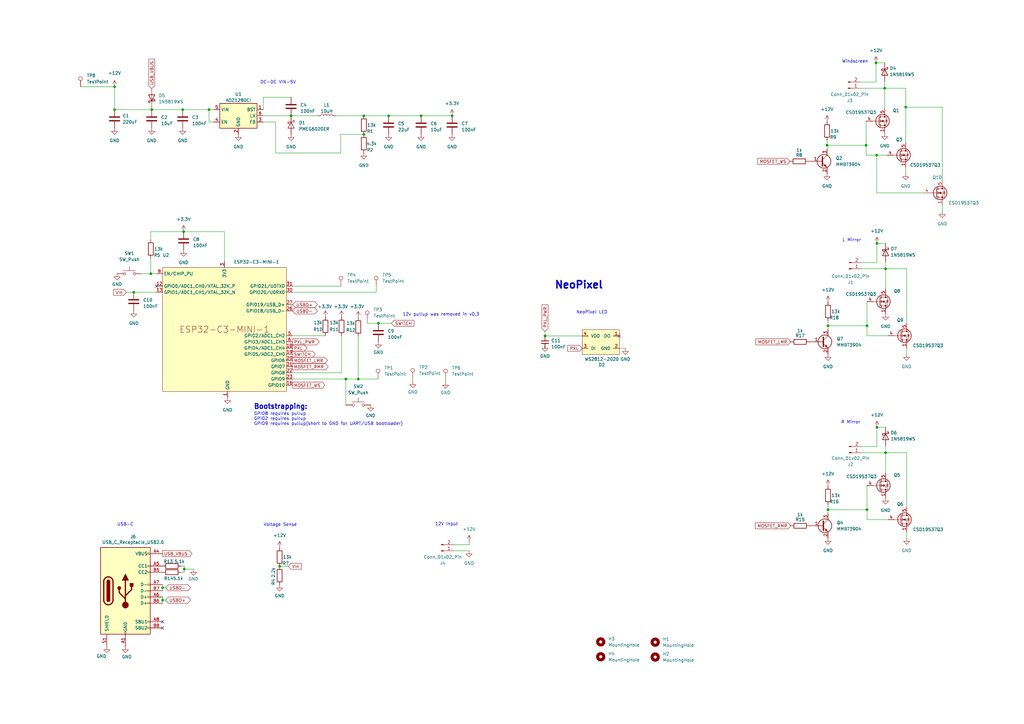
<source format=kicad_sch>
(kicad_sch (version 20231120) (generator "eeschema") (generator_version "8.0")
  (paper "A3")
  (title_block (title "JonoTron-3000") (date "2024-05-13") (rev "0.2"))
  (lib_symbols
    (symbol "Connector:Conn_01x02_Pin" (pin_names (offset 1.016) hide)
      (property "Reference" "J" (at 0 2.54 0))
      (property "Value" "Conn_01x02_Pin" (at 0 -5.08 0))
      (symbol "Conn_01x02_Pin_1_1"
        (pin passive line (at 5.08 0 180) (length 3.81) (name "Pin_1") (number "1"))
        (pin passive line (at 5.08 -2.54 180) (length 3.81) (name "Pin_2") (number "2"))
      )
    )
    (symbol "Connector:TestPoint" (pin_numbers hide) (pin_names (offset 0.762) hide)
      (property "Reference" "TP" (at 0 6.858 0))
      (property "Value" "TestPoint" (at 0 5.08 0))
      (symbol "TestPoint_1_1"
        (pin passive line (at 0 0 90) (length 2.54) (name "1") (number "1"))
      )
    )
    (symbol "Device:C" (pin_numbers hide) (pin_names (offset 0.254))
      (property "Reference" "C" (at 0.635 2.54 0))
      (property "Value" "C" (at 0.635 -2.54 0))
      (symbol "C_1_1"
        (pin passive line (at 0 3.81 270) (length 2.794) (name "~") (number "1"))
        (pin passive line (at 0 -3.81 90) (length 2.794) (name "~") (number "2"))
      )
    )
    (symbol "Device:C_Small" (pin_numbers hide) (pin_names (offset 0.254) hide)
      (property "Reference" "C" (at 0.254 1.778 0))
      (property "Value" "C_Small" (at 0.254 -2.032 0))
      (symbol "C_Small_1_1"
        (pin passive line (at 0 2.54 270) (length 2.032) (name "~") (number "1"))
        (pin passive line (at 0 -2.54 90) (length 2.032) (name "~") (number "2"))
      )
    )
    (symbol "Device:L" (pin_numbers hide) (pin_names (offset 1.016) hide)
      (property "Reference" "L" (at -1.27 0 90))
      (property "Value" "L" (at 1.905 0 90))
      (symbol "L_1_1"
        (pin passive line (at 0 3.81 270) (length 1.27) (name "1") (number "1"))
        (pin passive line (at 0 -3.81 90) (length 1.27) (name "2") (number "2"))
      )
    )
    (symbol "Device:R" (pin_numbers hide) (pin_names (offset 0))
      (property "Reference" "R" (at 2.032 0 90))
      (property "Value" "R" (at 0 0 90))
      (symbol "R_1_1"
        (pin passive line (at 0 3.81 270) (length 1.27) (name "~") (number "1"))
        (pin passive line (at 0 -3.81 90) (length 1.27) (name "~") (number "2"))
      )
    )
    (symbol "Diode:1N5819WS" (pin_numbers hide) (pin_names (offset 1.016) hide)
      (property "Reference" "D" (at 0 2.54 0))
      (property "Value" "1N5819WS" (at 0 -2.54 0))
      (symbol "1N5819WS_1_1"
        (pin passive line (at -3.81 0 0) (length 2.54) (name "K") (number "1"))
        (pin passive line (at 3.81 0 180) (length 2.54) (name "A") (number "2"))
      )
    )
    (symbol "Diode:PMEG6020ER" (pin_numbers hide) (pin_names hide)
      (property "Reference" "D" (at 0 2.54 0))
      (property "Value" "PMEG6020ER" (at 0 -2.54 0))
      (symbol "PMEG6020ER_1_1"
        (pin passive line (at -3.81 0 0) (length 2.54) (name "K") (number "1"))
        (pin passive line (at 3.81 0 180) (length 2.54) (name "A") (number "2"))
      )
    )
    (symbol "Espressif:ESP32-C3-MINI-1"
      (property "Reference" "U2" (at -25.4 30.48 0))
      (property "Value" "ESP32-C3-MINI-1" (at -25.4 27.94 0))
      (symbol "ESP32-C3-MINI-1_0_0"
        (text "ESP32-C3-MINI-1" (at 0 0 0) (effects (font (size 2.54 2.54))))
      )
      (symbol "ESP32-C3-MINI-1_1_1"
        (pin passive line (at 1.27 -27.94 90) (length 2.54) (name "GND") (number "1"))
        (pin no_connect line (at -25.4 2.54 0) (length 2.54) hide (name "NC") (number "10"))
        (pin passive line (at 1.27 -27.94 90) (length 2.54) hide (name "GND") (number "11"))
        (pin bidirectional line (at -27.94 17.78 0) (length 2.54) (name "GPIO0/ADC1_CH0/XTAL_32K_P") (number "12"))
        (pin bidirectional line (at -27.94 15.24 0) (length 2.54) (name "GPIO1/ADC1_CH1/XTAL_32K_N") (number "13"))
        (pin passive line (at 1.27 -27.94 90) (length 2.54) hide (name "GND") (number "14"))
        (pin no_connect line (at -25.4 0 0) (length 2.54) hide (name "NC") (number "15"))
        (pin bidirectional line (at 27.94 -22.86 180) (length 2.54) (name "GPIO10") (number "16"))
        (pin no_connect line (at -25.4 -2.54 0) (length 2.54) hide (name "NC") (number "17"))
        (pin bidirectional line (at 27.94 -7.62 180) (length 2.54) (name "GPIO4/ADC1_CH4") (number "18"))
        (pin bidirectional line (at 27.94 -10.16 180) (length 2.54) (name "GPIO5/ADC2_CH0") (number "19"))
        (pin passive line (at 1.27 -27.94 90) (length 2.54) hide (name "GND") (number "2"))
        (pin bidirectional line (at 27.94 -12.7 180) (length 2.54) (name "GPIO6") (number "20"))
        (pin bidirectional line (at 27.94 -15.24 180) (length 2.54) (name "GPIO7") (number "21"))
        (pin bidirectional line (at 27.94 -17.78 180) (length 2.54) (name "GPIO8") (number "22"))
        (pin bidirectional line (at 27.94 -20.32 180) (length 2.54) (name "GPIO9") (number "23"))
        (pin no_connect line (at -25.4 -5.08 0) (length 2.54) hide (name "NC") (number "24"))
        (pin no_connect line (at -25.4 -7.62 0) (length 2.54) hide (name "NC") (number "25"))
        (pin bidirectional line (at 27.94 7.62 180) (length 2.54) (name "GPIO18/USB_D-") (number "26"))
        (pin bidirectional line (at 27.94 10.16 180) (length 2.54) (name "GPIO19/USB_D+") (number "27"))
        (pin no_connect line (at -25.4 -10.16 0) (length 2.54) hide (name "NC") (number "28"))
        (pin no_connect line (at -25.4 -12.7 0) (length 2.54) hide (name "NC") (number "29"))
        (pin power_in line (at 0 27.94 270) (length 2.54) (name "3V3") (number "3"))
        (pin bidirectional line (at 27.94 15.24 180) (length 2.54) (name "GPIO20/U0RXD") (number "30"))
        (pin bidirectional line (at 27.94 17.78 180) (length 2.54) (name "GPIO21/U0TXD") (number "31"))
        (pin no_connect line (at -25.4 -15.24 0) (length 2.54) hide (name "NC") (number "32"))
        (pin no_connect line (at -25.4 -17.78 0) (length 2.54) hide (name "NC") (number "33"))
        (pin no_connect line (at -25.4 -20.32 0) (length 2.54) hide (name "NC") (number "34"))
        (pin no_connect line (at -25.4 -22.86 0) (length 2.54) hide (name "NC") (number "35"))
        (pin passive line (at 1.27 -27.94 90) (length 2.54) hide (name "GND") (number "36"))
        (pin passive line (at 1.27 -27.94 90) (length 2.54) hide (name "GND") (number "37"))
        (pin passive line (at 1.27 -27.94 90) (length 2.54) hide (name "GND") (number "38"))
        (pin passive line (at 1.27 -27.94 90) (length 2.54) hide (name "GND") (number "39"))
        (pin no_connect line (at -25.4 10.16 0) (length 2.54) hide (name "NC") (number "4"))
        (pin passive line (at 1.27 -27.94 90) (length 2.54) hide (name "GND") (number "40"))
        (pin passive line (at 1.27 -27.94 90) (length 2.54) hide (name "GND") (number "41"))
        (pin passive line (at 1.27 -27.94 90) (length 2.54) hide (name "GND") (number "42"))
        (pin passive line (at 1.27 -27.94 90) (length 2.54) hide (name "GND") (number "43"))
        (pin passive line (at 1.27 -27.94 90) (length 2.54) hide (name "GND") (number "44"))
        (pin passive line (at 1.27 -27.94 90) (length 2.54) hide (name "GND") (number "45"))
        (pin passive line (at 1.27 -27.94 90) (length 2.54) hide (name "GND") (number "46"))
        (pin passive line (at 1.27 -27.94 90) (length 2.54) hide (name "GND") (number "47"))
        (pin passive line (at 1.27 -27.94 90) (length 2.54) hide (name "GND") (number "48"))
        (pin passive line (at 1.27 -27.94 90) (length 2.54) hide (name "GND") (number "49"))
        (pin bidirectional line (at 27.94 -2.54 180) (length 2.54) (name "GPIO2/ADC1_CH2") (number "5"))
        (pin passive line (at 1.27 -27.94 90) (length 2.54) hide (name "GND") (number "50"))
        (pin passive line (at 1.27 -27.94 90) (length 2.54) hide (name "GND") (number "51"))
        (pin passive line (at 1.27 -27.94 90) (length 2.54) hide (name "GND") (number "52"))
        (pin passive line (at 1.27 -27.94 90) (length 2.54) hide (name "GND") (number "53"))
        (pin bidirectional line (at 27.94 -5.08 180) (length 2.54) (name "GPIO3/ADC1_CH3") (number "6"))
        (pin no_connect line (at -25.4 7.62 0) (length 2.54) hide (name "NC") (number "7"))
        (pin input line (at -27.94 22.86 0) (length 2.54) (name "EN/CHIP_PU") (number "8"))
        (pin no_connect line (at -25.4 5.08 0) (length 2.54) hide (name "NC") (number "9"))
      )
    )
    (symbol "Mechanical:MountingHole" (pin_names (offset 1.016))
      (property "Reference" "H" (at 0 5.08 0))
      (property "Value" "MountingHole" (at 0 3.175 0))
    )
    (symbol "Regulator_Switching:AOZ1280CI"
      (property "Reference" "U" (at -6.35 -6.35 0))
      (property "Value" "AOZ1280CI" (at -2.54 6.35 0))
      (symbol "AOZ1280CI_1_1"
        (pin input line (at 10.16 2.54 180) (length 2.54) (name "BST") (number "1"))
        (pin power_in line (at 0 -7.62 90) (length 2.54) (name "GND") (number "2"))
        (pin input line (at 10.16 -2.54 180) (length 2.54) (name "FB") (number "3"))
        (pin input line (at -10.16 -2.54 0) (length 2.54) (name "EN") (number "4"))
        (pin power_in line (at -10.16 2.54 0) (length 2.54) (name "VIN") (number "5"))
        (pin power_out line (at 10.16 0 180) (length 2.54) (name "LX") (number "6"))
      )
    )
    (symbol "Switch:SW_Push" (pin_numbers hide) (pin_names (offset 1.016) hide)
      (property "Reference" "SW" (at 1.27 2.54 0))
      (property "Value" "SW_Push" (at 0 -1.524 0))
      (symbol "SW_Push_0_1"
        (pin passive line (at -5.08 0 0) (length 2.54) (name "1") (number "1"))
        (pin passive line (at 5.08 0 180) (length 2.54) (name "2") (number "2"))
      )
    )
    (symbol "Transistor_BJT:MMBT3904" (pin_names (offset 0) hide)
      (property "Reference" "Q" (at 5.08 1.905 0))
      (property "Value" "MMBT3904" (at 5.08 0 0))
      (symbol "MMBT3904_1_1"
        (pin input line (at -5.08 0 0) (length 5.715) (name "B") (number "1"))
        (pin passive line (at 2.54 -5.08 90) (length 2.54) (name "E") (number "2"))
        (pin passive line (at 2.54 5.08 270) (length 2.54) (name "C") (number "3"))
      )
    )
    (symbol "Transistor_FET:CSD19537Q3" (pin_names hide)
      (property "Reference" "Q" (at 5.08 1.905 0))
      (property "Value" "CSD19537Q3" (at 5.08 0 0))
      (symbol "CSD19537Q3_1_1"
        (pin passive line (at 2.54 -5.08 90) (length 2.54) (name "S") (number "1"))
        (pin passive line (at 2.54 -5.08 90) (length 2.54) hide (name "S") (number "2"))
        (pin passive line (at 2.54 -5.08 90) (length 2.54) hide (name "S") (number "3"))
        (pin passive line (at -5.08 0 0) (length 2.54) (name "G") (number "4"))
        (pin passive line (at 2.54 5.08 270) (length 2.54) (name "D") (number "5"))
      )
    )
    (symbol "hardware_nrf52840_pa_beacon_hat:USB_C_Receptacle_USB2.0-Connector" (pin_names (offset 1.016))
      (property "Reference" "J" (at -10.16 19.05 0))
      (property "Value" "USB_C_Receptacle_USB2.0-Connector" (at 19.05 19.05 0))
      (symbol "USB_C_Receptacle_USB2.0-Connector_1_1"
        (pin power_in line (at 0 -22.86 90) (length 5.08) (name "GND") (number "A1"))
        (pin passive line (at 0 -22.86 90) (length 5.08) hide (name "GND") (number "A12"))
        (pin power_in line (at 15.24 15.24 180) (length 5.08) (name "VBUS") (number "A4"))
        (pin bidirectional line (at 15.24 10.16 180) (length 5.08) (name "CC1") (number "A5"))
        (pin bidirectional line (at 15.24 -2.54 180) (length 5.08) (name "D+") (number "A6"))
        (pin bidirectional line (at 15.24 2.54 180) (length 5.08) (name "D-") (number "A7"))
        (pin bidirectional line (at 15.24 -12.7 180) (length 5.08) (name "SBU1") (number "A8"))
        (pin passive line (at 15.24 15.24 180) (length 5.08) hide (name "VBUS") (number "A9"))
        (pin passive line (at 0 -22.86 90) (length 5.08) hide (name "GND") (number "B1"))
        (pin passive line (at 0 -22.86 90) (length 5.08) hide (name "GND") (number "B12"))
        (pin passive line (at 15.24 15.24 180) (length 5.08) hide (name "VBUS") (number "B4"))
        (pin bidirectional line (at 15.24 7.62 180) (length 5.08) (name "CC2") (number "B5"))
        (pin bidirectional line (at 15.24 -5.08 180) (length 5.08) (name "D+") (number "B6"))
        (pin bidirectional line (at 15.24 0 180) (length 5.08) (name "D-") (number "B7"))
        (pin bidirectional line (at 15.24 -15.24 180) (length 5.08) (name "SBU2") (number "B8"))
        (pin passive line (at 15.24 15.24 180) (length 5.08) hide (name "VBUS") (number "B9"))
        (pin passive line (at -7.62 -22.86 90) (length 5.08) (name "SHIELD") (number "S1"))
      )
    )
    (symbol "power:+12V" (power) (pin_names (offset 0))
      (property "Value" "+12V" (at 0 3.556 0))
      (symbol "+12V_1_1"
        (pin power_in line (at 0 0 90) (length 0) hide (name "+12V") (number "1"))
      )
    )
    (symbol "power:+3.3V" (power) (pin_names (offset 0))
      (property "Value" "+3.3V" (at 0 3.556 0))
      (symbol "+3.3V_1_1"
        (pin power_in line (at 0 0 90) (length 0) hide (name "+3.3V") (number "1"))
      )
    )
    (symbol "power:GND" (power) (pin_names (offset 0))
      (property "Value" "GND" (at 0 -3.81 0))
      (symbol "GND_1_1"
        (pin power_in line (at 0 0 270) (length 0) hide (name "GND") (number "1"))
      )
    )
    (symbol "ws2812-2020-breakout-rescue:WS2812-2020-LED" (pin_names (offset 1.016))
      (property "Reference" "D" (at 0 6.35 0))
      (property "Value" "LED_WS2812-2020" (at 0 -6.35 0))
      (symbol "WS2812-2020-LED_1_1"
        (pin output line (at 7.62 -2.54 180) (length 2.54) (name "DO") (number "1"))
        (pin input line (at 7.62 2.54 180) (length 2.54) (name "GND") (number "2"))
        (pin input line (at -7.62 2.54 0) (length 2.54) (name "DI") (number "3"))
        (pin power_in line (at -7.62 -2.54 0) (length 2.54) (name "VDD") (number "4"))
      )
    )
  )
  (junction (at 339.598 133.604))
  (junction (at 159.385 47.498))
  (junction (at 149.225 47.498))
  (junction (at 46.99 35.56))
  (junction (at 74.93 44.958))
  (junction (at 46.99 44.958))
  (junction (at 355.6 209.042))
  (junction (at 359.283 25.781))
  (junction (at 146.939 155.448))
  (junction (at 75.565 233.426))
  (junction (at 185.42 47.498))
  (junction (at 355.219 59.563))
  (junction (at 172.72 47.498))
  (junction (at 62.23 44.958))
  (junction (at 363.22 185.674))
  (junction (at 355.6 133.604))
  (junction (at 54.864 119.888))
  (junction (at 149.225 55.118))
  (junction (at 85.725 44.958))
  (junction (at 114.681 232.283))
  (junction (at 223.52 137.795))
  (junction (at 155.194 132.588))
  (junction (at 75.311 94.996))
  (junction (at 359.537 63.627))
  (junction (at 141.859 155.448))
  (junction (at 363.22 110.236))
  (junction (at 66.675 241.046))
  (junction (at 339.598 209.042))
  (junction (at 119.38 47.498))
  (junction (at 61.849 112.268))
  (junction (at 339.217 59.563))
  (junction (at 362.839 36.195))
  (junction (at 359.664 175.26))
  (junction (at 66.675 246.126))
  (junction (at 371.475 43.942))
  (junction (at 359.664 99.822))
  (no_connect (at 64.135 117.348))
  (no_connect (at 66.675 257.556))
  (no_connect (at 254 137.795))
  (no_connect (at 66.675 255.016))
  (wire (pts (xy 66.675 246.126) (xy 66.675 247.396)))
  (wire (pts (xy 359.664 99.822) (xy 359.664 107.696)))
  (wire (pts (xy 355.6 123.698) (xy 355.6 133.604)))
  (wire (pts (xy 363.22 107.442) (xy 363.22 110.236)))
  (wire (pts (xy 339.217 57.531) (xy 339.217 59.563)))
  (wire (pts (xy 353.314 107.696) (xy 359.664 107.696)))
  (wire (pts (xy 33.02 35.56) (xy 46.99 35.56)))
  (wire (pts (xy 352.933 36.195) (xy 362.839 36.195)))
  (wire (pts (xy 67.945 241.046) (xy 66.675 241.046)))
  (wire (pts (xy 120.015 137.668) (xy 133.477 137.668)))
  (wire (pts (xy 223.52 137.795) (xy 223.52 135.89)))
  (wire (pts (xy 352.933 33.655) (xy 359.283 33.655)))
  (wire (pts (xy 386.461 74.041) (xy 386.461 43.942)))
  (wire (pts (xy 339.598 133.604) (xy 339.598 135.128)))
  (wire (pts (xy 371.475 71.247) (xy 371.475 68.707)))
  (wire (pts (xy 139.7 55.118) (xy 149.225 55.118)))
  (wire (pts (xy 141.859 166.116) (xy 141.859 155.448)))
  (wire (pts (xy 160.528 132.588) (xy 155.194 132.588)))
  (wire (pts (xy 363.22 185.674) (xy 371.856 185.674)))
  (wire (pts (xy 371.856 110.236) (xy 371.856 132.588)))
  (wire (pts (xy 66.675 241.046) (xy 66.675 242.316)))
  (wire (pts (xy 186.055 225.933) (xy 192.405 225.933)))
  (wire (pts (xy 359.664 99.822) (xy 363.22 99.822)))
  (wire (pts (xy 74.93 44.958) (xy 85.725 44.958)))
  (wire (pts (xy 386.461 86.741) (xy 386.461 84.201)))
  (wire (pts (xy 146.939 155.448) (xy 155.067 155.448)))
  (wire (pts (xy 371.856 185.674) (xy 371.856 208.026)))
  (wire (pts (xy 339.598 207.01) (xy 339.598 209.042)))
  (wire (pts (xy 355.6 209.042) (xy 355.6 213.106)))
  (wire (pts (xy 140.081 152.908) (xy 140.081 137.668)))
  (wire (pts (xy 363.22 185.674) (xy 363.22 194.056)))
  (wire (pts (xy 51.816 119.888) (xy 54.864 119.888)))
  (wire (pts (xy 355.219 59.563) (xy 355.219 63.627)))
  (wire (pts (xy 54.864 119.888) (xy 64.135 119.888)))
  (wire (pts (xy 359.664 175.26) (xy 363.22 175.26)))
  (wire (pts (xy 61.849 112.268) (xy 64.135 112.268)))
  (wire (pts (xy 353.314 110.236) (xy 363.22 110.236)))
  (wire (pts (xy 182.753 156.718) (xy 182.753 155.448)))
  (wire (pts (xy 363.22 182.88) (xy 363.22 185.674)))
  (wire (pts (xy 353.314 183.134) (xy 359.664 183.134)))
  (wire (pts (xy 107.95 50.038) (xy 113.03 50.038)))
  (wire (pts (xy 61.849 105.918) (xy 61.849 112.268)))
  (wire (pts (xy 58.166 112.268) (xy 61.849 112.268)))
  (wire (pts (xy 67.945 246.126) (xy 66.675 246.126)))
  (wire (pts (xy 355.6 199.136) (xy 355.6 209.042)))
  (wire (pts (xy 120.015 155.448) (xy 141.859 155.448)))
  (wire (pts (xy 46.99 44.958) (xy 62.23 44.958)))
  (wire (pts (xy 371.856 220.726) (xy 371.856 218.186)))
  (wire (pts (xy 113.03 50.038) (xy 113.03 62.738)))
  (wire (pts (xy 359.664 175.26) (xy 359.664 183.134)))
  (wire (pts (xy 192.405 222.123) (xy 192.405 223.393)))
  (wire (pts (xy 66.675 239.776) (xy 66.675 241.046)))
  (wire (pts (xy 119.38 47.498) (xy 130.175 47.498)))
  (wire (pts (xy 120.015 119.888) (xy 154.305 119.888)))
  (wire (pts (xy 107.95 47.498) (xy 119.38 47.498)))
  (wire (pts (xy 139.7 62.738) (xy 139.7 55.118)))
  (wire (pts (xy 66.675 244.856) (xy 66.675 246.126)))
  (wire (pts (xy 120.015 117.348) (xy 139.827 117.348)))
  (wire (pts (xy 359.537 63.627) (xy 363.855 63.627)))
  (wire (pts (xy 359.283 25.781) (xy 362.839 25.781)))
  (wire (pts (xy 62.23 44.958) (xy 74.93 44.958)))
  (wire (pts (xy 355.219 63.627) (xy 359.537 63.627)))
  (wire (pts (xy 339.598 209.042) (xy 355.6 209.042)))
  (wire (pts (xy 114.681 232.283) (xy 118.237 232.283)))
  (wire (pts (xy 141.859 155.448) (xy 146.939 155.448)))
  (wire (pts (xy 61.849 98.298) (xy 61.849 94.996)))
  (wire (pts (xy 355.6 137.668) (xy 364.236 137.668)))
  (wire (pts (xy 355.6 133.604) (xy 355.6 137.668)))
  (wire (pts (xy 92.075 107.188) (xy 92.075 94.996)))
  (wire (pts (xy 355.219 49.657) (xy 355.219 59.563)))
  (wire (pts (xy 149.225 47.498) (xy 159.385 47.498)))
  (wire (pts (xy 75.565 233.426) (xy 75.565 232.156)))
  (wire (pts (xy 192.405 223.393) (xy 186.055 223.393)))
  (wire (pts (xy 107.95 44.958) (xy 107.95 39.878)))
  (wire (pts (xy 159.385 47.498) (xy 172.72 47.498)))
  (wire (pts (xy 362.839 33.401) (xy 362.839 36.195)))
  (wire (pts (xy 223.52 137.795) (xy 238.76 137.795)))
  (wire (pts (xy 371.856 145.288) (xy 371.856 142.748)))
  (wire (pts (xy 61.849 94.996) (xy 75.311 94.996)))
  (wire (pts (xy 362.839 36.195) (xy 371.475 36.195)))
  (wire (pts (xy 120.015 152.908) (xy 140.081 152.908)))
  (wire (pts (xy 169.291 156.464) (xy 169.291 155.194)))
  (wire (pts (xy 62.23 43.942) (xy 62.23 44.958)))
  (wire (pts (xy 85.725 44.958) (xy 85.725 50.038)))
  (wire (pts (xy 75.565 234.696) (xy 75.565 233.426)))
  (wire (pts (xy 355.6 213.106) (xy 364.236 213.106)))
  (wire (pts (xy 107.95 39.878) (xy 119.38 39.878)))
  (wire (pts (xy 155.194 132.588) (xy 150.622 132.588)))
  (wire (pts (xy 371.475 43.942) (xy 371.475 58.547)))
  (wire (pts (xy 339.217 59.563) (xy 355.219 59.563)))
  (wire (pts (xy 146.939 137.922) (xy 146.939 155.448)))
  (wire (pts (xy 359.537 79.121) (xy 359.537 63.627)))
  (wire (pts (xy 363.22 110.236) (xy 363.22 118.618)))
  (wire (pts (xy 150.622 131.572) (xy 150.622 132.588)))
  (wire (pts (xy 223.52 142.875) (xy 223.52 141.605)))
  (wire (pts (xy 362.839 36.195) (xy 362.839 44.577)))
  (wire (pts (xy 85.725 44.958) (xy 87.63 44.958)))
  (wire (pts (xy 378.841 79.121) (xy 359.537 79.121)))
  (wire (pts (xy 339.598 131.572) (xy 339.598 133.604)))
  (wire (pts (xy 75.565 233.426) (xy 79.375 233.426)))
  (wire (pts (xy 339.598 209.042) (xy 339.598 210.566)))
  (wire (pts (xy 254 142.875) (xy 256.54 142.875)))
  (wire (pts (xy 386.461 43.942) (xy 371.475 43.942)))
  (wire (pts (xy 363.22 110.236) (xy 371.856 110.236)))
  (wire (pts (xy 353.314 185.674) (xy 363.22 185.674)))
  (wire (pts (xy 339.598 133.604) (xy 355.6 133.604)))
  (wire (pts (xy 339.217 59.563) (xy 339.217 61.087)))
  (wire (pts (xy 113.03 62.738) (xy 139.7 62.738)))
  (wire (pts (xy 46.99 35.56) (xy 46.99 44.958)))
  (wire (pts (xy 359.283 25.781) (xy 359.283 33.655)))
  (wire (pts (xy 92.075 94.996) (xy 75.311 94.996)))
  (wire (pts (xy 154.305 119.888) (xy 154.305 117.348)))
  (wire (pts (xy 75.565 234.696) (xy 74.295 234.696)))
  (wire (pts (xy 371.475 36.195) (xy 371.475 43.942)))
  (wire (pts (xy 172.72 47.498) (xy 185.42 47.498)))
  (wire (pts (xy 87.63 50.038) (xy 85.725 50.038)))
  (wire (pts (xy 75.565 232.156) (xy 74.295 232.156)))
  (wire (pts (xy 137.795 47.498) (xy 149.225 47.498)))
  (image (at 96.52 366.014) (scale 1.42131))
  (text "DC-DC VIN-5V" (at 106.68 34.544 0) (effects (font (size 1.27 1.27)) (justify left bottom)))
  (text "NeoPixel" (at 227.33 118.745 0) (effects (font (size 3 3) (thickness 0.6) (bold yes)) (justify left bottom)))
  (text "NeoPixel LED" (at 236.347 128.905 0) (effects (font (size 1.27 1.27)) (justify left bottom)))
  (text "USB-C" (at 48.006 215.9 0) (effects (font (size 1.27 1.27)) (justify left bottom)))
  (text "12v pullup was removed in v0.3" (at 165.1 129.794 0) (effects (font (size 1.27 1.27)) (justify left bottom)))
  (text "12V Input" (at 178.435 215.773 0) (effects (font (size 1.27 1.27)) (justify left bottom)))
  (text "L Mirror" (at 345.44 99.314 0) (effects (font (size 1.27 1.27)) (justify left bottom)))
  (text "Bootstrapping:" (at 104.013 168.021 0) (effects (font (size 2 2) (thickness 0.4) (bold yes)) (justify left bottom)))
  (text "Windscreen" (at 345.313 26.035 0) (effects (font (size 1.27 1.27)) (justify left bottom)))
  (text "GPIO8 requires pullup\nGPIO2 requires pullup\nGPIO9 requires pullup(short to GND for UART/USB bootloader)" (at 104.14 174.625 0) (effects (font (size 1.27 1.27)) (justify left bottom)))
  (text "R Mirror" (at 344.932 173.99 0) (effects (font (size 1.27 1.27)) (justify left bottom)))
  (text "Voltage Sense" (at 108.077 216.027 0) (effects (font (size 1.27 1.27)) (justify left bottom)))
  (global_label "PXL" (shape input) (at 238.76 142.875 180) (property "Intersheetrefs" "${INTERSHEET_REFS}" (effects (hide yes))))
  (global_label "VIn" (shape input) (at 51.816 119.888 180) (property "Intersheetrefs" "${INTERSHEET_REFS}" (effects (hide yes))))
  (global_label "PXL_PWR" (shape input) (at 223.52 135.89 90) (property "Intersheetrefs" "${INTERSHEET_REFS}" (effects (hide yes))))
  (global_label "USBD+" (shape bidirectional) (at 67.945 246.126 0) (property "Intersheetrefs" "${INTERSHEET_REFS}" (effects (hide yes))))
  (global_label "MOSFET_WS" (shape output) (at 120.015 157.988 0) (property "Intersheetrefs" "${INTERSHEET_REFS}" (effects (hide yes))))
  (global_label "PXL_PWR" (shape output) (at 120.015 140.208 0) (property "Intersheetrefs" "${INTERSHEET_REFS}" (effects (hide yes))))
  (global_label "VIn" (shape input) (at 118.237 232.283 0) (property "Intersheetrefs" "${INTERSHEET_REFS}" (effects (hide yes))))
  (global_label "PXL" (shape output) (at 120.015 142.748 0) (property "Intersheetrefs" "${INTERSHEET_REFS}" (effects (hide yes))))
  (global_label "MOSFET_RMR" (shape output) (at 120.015 150.368 0) (property "Intersheetrefs" "${INTERSHEET_REFS}" (effects (hide yes))))
  (global_label "USBD-" (shape bidirectional) (at 67.945 241.046 0) (property "Intersheetrefs" "${INTERSHEET_REFS}" (effects (hide yes))))
  (global_label "SWITCH" (shape input) (at 160.528 132.588 0) (property "Intersheetrefs" "${INTERSHEET_REFS}" (effects (hide yes))))
  (global_label "SWITCH" (shape output) (at 120.015 145.288 0) (property "Intersheetrefs" "${INTERSHEET_REFS}" (effects (hide yes))))
  (global_label "USB_VBUS" (shape input) (at 62.23 36.322 90) (property "Intersheetrefs" "${INTERSHEET_REFS}" (effects (hide yes))))
  (global_label "USBD+" (shape bidirectional) (at 120.015 124.968 0) (property "Intersheetrefs" "${INTERSHEET_REFS}" (effects (hide yes))))
  (global_label "USBD-" (shape bidirectional) (at 120.015 127.508 0) (property "Intersheetrefs" "${INTERSHEET_REFS}" (effects (hide yes))))
  (global_label "MOSFET_LMR" (shape output) (at 120.015 147.828 0) (property "Intersheetrefs" "${INTERSHEET_REFS}" (effects (hide yes))))
  (global_label "MOSFET_WS" (shape input) (at 323.977 66.167 180) (property "Intersheetrefs" "${INTERSHEET_REFS}" (effects (hide yes))))
  (global_label "MOSFET_LMR" (shape input) (at 324.358 140.208 180) (property "Intersheetrefs" "${INTERSHEET_REFS}" (effects (hide yes))))
  (global_label "USB_VBUS" (shape output) (at 66.675 227.076 0) (property "Intersheetrefs" "${INTERSHEET_REFS}" (effects (hide yes))))
  (global_label "MOSFET_RMR" (shape input) (at 324.358 215.646 180) (property "Intersheetrefs" "${INTERSHEET_REFS}" (effects (hide yes))))
  (symbol (lib_id "power:GND") (at 62.23 52.578 0) (unit 1)
    (property "Reference" "#PWR07" (effects (hide yes)))
    (property "Value" "GND" (at 62.23 57.658 0))
  )
  (symbol (lib_id "Device:R") (at 114.681 228.473 0) (unit 1)
    (property "Reference" "R7" (at 117.221 231.013 0))
    (property "Value" "13k" (at 117.856 228.473 0))
    (property "Footprint" "Resistor_SMD:R_0603_1608Metric" (effects (hide yes)))
    (property "lcsc" "C22797" (effects (hide yes)))
  )
  (symbol (lib_id "power:+3.3V") (at 140.081 130.048 0) (unit 1)
    (property "Reference" "#PWR033" (effects (hide yes)))
    (property "Value" "+3.3V" (at 139.827 125.73 0))
  )
  (symbol (lib_id "Transistor_FET:CSD19537Q3") (at 383.921 79.121 0) (unit 1)
    (property "Reference" "Q10" (at 382.397 72.771 0) (effects (justify left)))
    (property "Value" "CSD19537Q3" (at 389.001 83.185 0) (effects (justify left)))
    (property "Footprint" "Package_SON:VSON-8_3.3x3.3mm_P0.65mm_NexFET" (effects (hide yes)))
    (property "Datasheet" "http://www.ti.com/lit/ds/symlink/csd19537q3.pdf" (effects (hide yes)))
    (property "lcsc" "C315567" (effects (hide yes)))
  )
  (symbol (lib_id "Switch:SW_Push") (at 53.086 112.268 0) (mirror y) (unit 1)
    (property "Reference" "SW1" (at 53.086 103.886 0))
    (property "Value" "SW_Push" (at 53.086 106.426 0))
    (property "Footprint" "Acea:ALPSALPINE-SKSCLBE010_C115361" (effects (hide yes)))
    (property "lcsc" "C115361" (effects (hide yes)))
  )
  (symbol (lib_id "power:GND") (at 43.815 265.176 0) (unit 1)
    (property "Reference" "#PWR035" (effects (hide yes)))
    (property "Value" "GND" (at 41.5798 269.113 0))
  )
  (symbol (lib_id "hardware_nrf52840_pa_beacon_hat:USB_C_Receptacle_USB2.0-Connector") (at 51.435 242.316 0) (unit 1)
    (property "Reference" "J6" (at 54.5846 220.091 0))
    (property "Value" "USB_C_Receptacle_USB2.0" (at 54.5846 222.4024 0))
    (property "Footprint" "Connector_USB:USB_C_Receptacle_HRO_TYPE-C-31-M-12" (effects (hide yes)))
    (property "Datasheet" "https://datasheet.lcsc.com/szlcsc/1811131825_Korean-Hroparts-Elec-TYPE-C-31-M-12_C165948.pdf" (effects (hide yes)))
    (property "lcsc_part_number" "C165948" (effects (hide yes)))
    (property "lcsc_url" "https://lcsc.com/product-detail/USB-Connectors_Korean-Hroparts-Elec-TYPE-C-31-M-12_C165948.html" (effects (hide yes)))
    (property "lcsc_min_qty" "1" (effects (hide yes)))
    (property "mfr_part_number" "TYPE-C-31-M-12" (effects (hide yes)))
    (property "package" "8.94*7.3mm" (effects (hide yes)))
  )
  (symbol (lib_id "power:GND") (at 363.22 128.778 0) (unit 1)
    (property "Reference" "#PWR043" (effects (hide yes)))
    (property "Value" "GND" (at 363.22 133.858 0))
  )
  (symbol (lib_id "power:+12V") (at 339.598 123.952 0) (unit 1)
    (property "Reference" "#PWR05" (effects (hide yes)))
    (property "Value" "+12V" (at 339.598 118.872 0))
  )
  (symbol (lib_id "Connector:TestPoint") (at 154.305 117.348 0) (unit 1)
    (property "Reference" "TP5" (at 156.845 112.776 0) (effects (justify left)))
    (property "Value" "TestPoint" (at 156.845 115.316 0) (effects (justify left)))
    (property "Footprint" "TestPoint:TestPoint_Pad_D1.0mm" (effects (hide yes)))
  )
  (symbol (lib_id "power:+12V") (at 359.283 25.781 0) (unit 1)
    (property "Reference" "#PWR06" (effects (hide yes)))
    (property "Value" "+12V" (at 359.283 20.701 0))
  )
  (symbol (lib_id "power:GND") (at 155.194 140.208 0) (unit 1)
    (property "Reference" "#PWR04" (effects (hide yes)))
    (property "Value" "GND" (at 155.194 144.526 0))
  )
  (symbol (lib_id "power:GND") (at 75.311 102.616 0) (unit 1)
    (property "Reference" "#PWR023" (effects (hide yes)))
    (property "Value" "GND" (at 75.311 107.696 0))
  )
  (symbol (lib_id "Transistor_FET:CSD19537Q3") (at 360.68 123.698 0) (unit 1)
    (property "Reference" "Q8" (at 366.522 119.38 0) (effects (justify left)))
    (property "Value" "CSD19537Q3" (at 346.837 120.65 0) (effects (justify left)))
    (property "Footprint" "Package_SON:VSON-8_3.3x3.3mm_P0.65mm_NexFET" (effects (hide yes)))
    (property "Datasheet" "http://www.ti.com/lit/ds/symlink/csd19537q3.pdf" (effects (hide yes)))
    (property "lcsc" "C315567" (effects (hide yes)))
  )
  (symbol (lib_id "Device:C") (at 75.311 98.806 0) (unit 1)
    (property "Reference" "C8" (at 79.121 98.171 0) (effects (justify left)))
    (property "Value" "100nF" (at 79.121 100.711 0) (effects (justify left)))
    (property "Footprint" "Capacitor_SMD:C_0603_1608Metric" (effects (hide yes)))
    (property "lcsc" "C30926" (effects (hide yes)))
  )
  (symbol (lib_id "power:+3.3V") (at 133.477 130.048 0) (unit 1)
    (property "Reference" "#PWR032" (effects (hide yes)))
    (property "Value" "+3.3V" (at 133.223 125.73 0))
  )
  (symbol (lib_id "power:GND") (at 172.72 55.118 0) (unit 1)
    (property "Reference" "#PWR014" (effects (hide yes)))
    (property "Value" "GND" (at 172.72 60.198 0))
  )
  (symbol (lib_id "power:GND") (at 114.681 239.903 0) (unit 1)
    (property "Reference" "#PWR026" (effects (hide yes)))
    (property "Value" "GND" (at 114.681 244.348 0))
  )
  (symbol (lib_id "power:+3.3V") (at 185.42 47.498 0) (unit 1)
    (property "Reference" "#PWR015" (effects (hide yes)))
    (property "Value" "+3.3V" (at 185.42 42.418 0))
  )
  (symbol (lib_id "Device:C") (at 172.72 51.308 0) (unit 1)
    (property "Reference" "C6" (at 176.53 50.673 0) (effects (justify left)))
    (property "Value" "10uF" (at 176.53 53.213 0) (effects (justify left)))
    (property "Footprint" "Capacitor_SMD:C_0603_1608Metric" (effects (hide yes)))
    (property "lcsc" "C30926" (effects (hide yes)))
  )
  (symbol (lib_id "power:GND") (at 97.79 55.118 0) (unit 1)
    (property "Reference" "#PWR09" (effects (hide yes)))
    (property "Value" "GND" (at 97.79 60.198 0))
  )
  (symbol (lib_id "power:GND") (at 79.375 233.426 0) (unit 1)
    (property "Reference" "#PWR037" (effects (hide yes)))
    (property "Value" "GND" (at 81.3556 237.3939 0) (effects (justify right)))
  )
  (symbol (lib_id "power:+12V") (at 359.664 99.822 0) (unit 1)
    (property "Reference" "#PWR042" (effects (hide yes)))
    (property "Value" "+12V" (at 359.664 94.742 0))
  )
  (symbol (lib_id "Device:R") (at 339.217 53.721 0) (unit 1)
    (property "Reference" "R9" (at 341.757 56.261 0))
    (property "Value" "13k" (at 342.392 53.721 0))
    (property "Footprint" "Resistor_SMD:R_0603_1608Metric" (effects (hide yes)))
    (property "lcsc" "C22797" (effects (hide yes)))
  )
  (symbol (lib_id "power:+12V") (at 339.598 199.39 0) (unit 1)
    (property "Reference" "#PWR027" (effects (hide yes)))
    (property "Value" "+12V" (at 339.598 194.31 0))
  )
  (symbol (lib_id "Diode:1N5819WS") (at 363.22 179.07 270) (unit 1)
    (property "Reference" "D6" (at 365.252 177.4825 90) (effects (justify left)))
    (property "Value" "1N5819WS" (at 365.252 180.0225 90) (effects (justify left)))
    (property "Footprint" "Diode_SMD:D_SOD-323" (effects (hide yes)))
    (property "Datasheet" "https://datasheet.lcsc.com/lcsc/2204281430_Guangdong-Hottech-1N5819WS_C191023.pdf" (effects (hide yes)))
    (property "lcsc" "C2927280" (effects (hide yes)))
  )
  (symbol (lib_id "Mechanical:MountingHole") (at 246.38 269.367 0) (unit 1)
    (property "Reference" "H4" (at 249.428 268.097 0) (effects (justify left)))
    (property "Value" "MountingHole" (at 249.428 270.637 0) (effects (justify left)))
    (property "Footprint" "MountingHole:MountingHole_4.3mm_M4_Pad_Via" (effects (hide yes)))
  )
  (symbol (lib_id "power:GND") (at 149.225 62.738 0) (unit 1)
    (property "Reference" "#PWR011" (effects (hide yes)))
    (property "Value" "GND" (at 149.225 67.818 0))
  )
  (symbol (lib_id "Transistor_BJT:MMBT3904") (at 336.677 66.167 0) (unit 1)
    (property "Reference" "Q2" (at 342.773 64.897 0) (effects (justify left)))
    (property "Value" "MMBT3904" (at 342.773 67.437 0) (effects (justify left)))
    (property "Footprint" "Package_TO_SOT_SMD:SOT-23" (effects (hide yes)))
    (property "Datasheet" "https://www.onsemi.com/pdf/datasheet/pzt3904-d.pdf" (effects (hide yes)))
    (property "lcsc" "C8512" (effects (hide yes)))
  )
  (symbol (lib_id "Diode:1N5819WS") (at 363.22 103.632 270) (unit 1)
    (property "Reference" "D7" (at 365.252 102.0445 90) (effects (justify left)))
    (property "Value" "1N5819WS" (at 365.252 104.5845 90) (effects (justify left)))
    (property "Footprint" "Diode_SMD:D_SOD-323" (effects (hide yes)))
    (property "Datasheet" "https://datasheet.lcsc.com/lcsc/2204281430_Guangdong-Hottech-1N5819WS_C191023.pdf" (effects (hide yes)))
    (property "lcsc" "C2927280" (effects (hide yes)))
  )
  (symbol (lib_id "power:GND") (at 192.405 225.933 0) (unit 1)
    (property "Reference" "#PWR03" (effects (hide yes)))
    (property "Value" "GND" (at 192.405 231.013 0))
  )
  (symbol (lib_id "power:GND") (at 362.839 54.737 0) (unit 1)
    (property "Reference" "#PWR020" (effects (hide yes)))
    (property "Value" "GND" (at 362.839 59.817 0))
  )
  (symbol (lib_id "Device:L") (at 133.985 47.498 90) (unit 1)
    (property "Reference" "L1" (at 133.985 43.053 90))
    (property "Value" "10uH" (at 133.985 45.593 90))
    (property "Footprint" "Inductor_SMD:L_Chilisin_BMRA00040415" (effects (hide yes)))
    (property "lcsc" "C2847473" (effects (hide yes)))
  )
  (symbol (lib_id "Device:R") (at 328.168 215.646 90) (unit 1)
    (property "Reference" "R15" (at 328.168 213.106 90))
    (property "Value" "1k" (at 328.168 211.074 90))
    (property "Footprint" "Resistor_SMD:R_0603_1608Metric" (effects (hide yes)))
    (property "lcsc" "C21190" (effects (hide yes)))
  )
  (symbol (lib_id "Device:R") (at 328.168 140.208 90) (unit 1)
    (property "Reference" "R17" (at 328.168 137.668 90))
    (property "Value" "1k" (at 328.168 135.636 90))
    (property "Footprint" "Resistor_SMD:R_0603_1608Metric" (effects (hide yes)))
    (property "lcsc" "C21190" (effects (hide yes)))
  )
  (symbol (lib_id "Device:R") (at 149.225 51.308 0) (unit 1)
    (property "Reference" "R1" (at 151.765 53.848 0))
    (property "Value" "13k" (at 152.4 51.308 0))
    (property "Footprint" "Resistor_SMD:R_0603_1608Metric" (effects (hide yes)))
    (property "lcsc" "C22797" (effects (hide yes)))
  )
  (symbol (lib_id "Connector:Conn_01x02_Pin") (at 347.853 36.195 0) (mirror x) (unit 1)
    (property "Reference" "J3" (at 348.488 41.275 0))
    (property "Value" "Conn_01x02_Pin" (at 348.488 38.735 0))
    (property "Footprint" "Acea:AMASS_XT60PW-F_1x02_P7.20mm_Horizontal" (effects (hide yes)))
    (property "lcsc" "C428722" (effects (hide yes)))
  )
  (symbol (lib_id "Transistor_FET:CSD19537Q3") (at 368.935 63.627 0) (unit 1)
    (property "Reference" "Q3" (at 367.411 57.277 0) (effects (justify left)))
    (property "Value" "CSD19537Q3" (at 373.253 67.691 0) (effects (justify left)))
    (property "Footprint" "Package_SON:VSON-8_3.3x3.3mm_P0.65mm_NexFET" (effects (hide yes)))
    (property "Datasheet" "http://www.ti.com/lit/ds/symlink/csd19537q3.pdf" (effects (hide yes)))
    (property "lcsc" "C315567" (effects (hide yes)))
  )
  (symbol (lib_id "Connector:TestPoint") (at 139.827 117.348 0) (unit 1)
    (property "Reference" "TP4" (at 142.367 112.776 0) (effects (justify left)))
    (property "Value" "TestPoint" (at 142.367 115.316 0) (effects (justify left)))
    (property "Footprint" "TestPoint:TestPoint_Pad_D1.0mm" (effects (hide yes)))
  )
  (symbol (lib_id "power:+12V") (at 192.405 222.123 0) (unit 1)
    (property "Reference" "#PWR02" (effects (hide yes)))
    (property "Value" "+12V" (at 192.405 217.043 0))
  )
  (symbol (lib_id "Device:C") (at 62.23 48.768 0) (unit 1)
    (property "Reference" "C2" (at 66.04 48.133 0) (effects (justify left)))
    (property "Value" "10uF" (at 66.04 50.673 0) (effects (justify left)))
    (property "Footprint" "Capacitor_SMD:C_0603_1608Metric" (effects (hide yes)))
    (property "lcsc" "C30926" (effects (hide yes)))
  )
  (symbol (lib_id "Transistor_FET:CSD19537Q3") (at 360.68 199.136 0) (unit 1)
    (property "Reference" "Q5" (at 366.522 194.818 0) (effects (justify left)))
    (property "Value" "CSD19537Q3" (at 347.091 195.453 0) (effects (justify left)))
    (property "Footprint" "Package_SON:VSON-8_3.3x3.3mm_P0.65mm_NexFET" (effects (hide yes)))
    (property "Datasheet" "http://www.ti.com/lit/ds/symlink/csd19537q3.pdf" (effects (hide yes)))
    (property "lcsc" "C315567" (effects (hide yes)))
  )
  (symbol (lib_id "Device:R") (at 149.225 58.928 0) (unit 1)
    (property "Reference" "R2" (at 151.765 61.468 0))
    (property "Value" "4.3k" (at 152.4 58.928 0))
    (property "Footprint" "Resistor_SMD:R_0603_1608Metric" (effects (hide yes)))
    (property "lcsc" "C23159" (effects (hide yes)))
  )
  (symbol (lib_id "Device:C") (at 119.38 43.688 0) (unit 1)
    (property "Reference" "C4" (at 123.19 43.053 0) (effects (justify left)))
    (property "Value" "100nF" (at 123.19 45.593 0) (effects (justify left)))
    (property "Footprint" "Capacitor_SMD:C_0603_1608Metric" (effects (hide yes)))
    (property "lcsc" "C30926" (effects (hide yes)))
  )
  (symbol (lib_id "Connector:TestPoint") (at 182.753 155.448 0) (unit 1)
    (property "Reference" "TP6" (at 185.293 150.876 0) (effects (justify left)))
    (property "Value" "TestPoint" (at 185.293 153.416 0) (effects (justify left)))
    (property "Footprint" "TestPoint:TestPoint_Pad_D1.0mm" (effects (hide yes)))
  )
  (symbol (lib_id "Diode:1N5819WS") (at 62.23 40.132 90) (unit 1)
    (property "Reference" "D5" (at 65.024 39.1795 90) (effects (justify right)))
    (property "Value" "1N5819WS" (at 65.024 41.7195 90) (effects (justify right)))
    (property "Footprint" "Diode_SMD:D_SOD-323" (effects (hide yes)))
    (property "Datasheet" "https://datasheet.lcsc.com/lcsc/2204281430_Guangdong-Hottech-1N5819WS_C191023.pdf" (effects (hide yes)))
    (property "lcsc" "C2927280" (effects (hide yes)))
  )
  (symbol (lib_id "power:+3.3V") (at 146.939 130.302 0) (unit 1)
    (property "Reference" "#PWR034" (effects (hide yes)))
    (property "Value" "+3.3V" (at 146.431 125.73 0))
  )
  (symbol (lib_id "power:GND") (at 119.38 55.118 0) (unit 1)
    (property "Reference" "#PWR010" (effects (hide yes)))
    (property "Value" "GND" (at 119.38 60.198 0))
  )
  (symbol (lib_id "power:GND") (at 48.006 112.268 0) (mirror y) (unit 1)
    (property "Reference" "#PWR048" (effects (hide yes)))
    (property "Value" "GND" (at 48.006 116.586 0))
  )
  (symbol (lib_id "Mechanical:MountingHole") (at 268.732 263.398 0) (unit 1)
    (property "Reference" "H1" (at 271.78 262.128 0) (effects (justify left)))
    (property "Value" "MountingHole" (at 271.78 264.668 0) (effects (justify left)))
    (property "Footprint" "MountingHole:MountingHole_2.5mm" (effects (hide yes)))
  )
  (symbol (lib_id "power:GND") (at 371.856 145.288 0) (unit 1)
    (property "Reference" "#PWR044" (effects (hide yes)))
    (property "Value" "GND" (at 371.856 150.368 0))
  )
  (symbol (lib_id "Transistor_BJT:MMBT3904") (at 337.058 140.208 0) (unit 1)
    (property "Reference" "Q7" (at 343.154 138.938 0) (effects (justify left)))
    (property "Value" "MMBT3904" (at 343.154 141.478 0) (effects (justify left)))
    (property "Footprint" "Package_TO_SOT_SMD:SOT-23" (effects (hide yes)))
    (property "Datasheet" "https://www.onsemi.com/pdf/datasheet/pzt3904-d.pdf" (effects (hide yes)))
    (property "lcsc" "C8512" (effects (hide yes)))
  )
  (symbol (lib_id "Espressif:ESP32-C3-MINI-1") (at 92.075 135.128 0) (unit 1)
    (property "Reference" "U2" (at 66.675 104.648 0) (effects (justify left)))
    (property "Value" "ESP32-C3-MINI-1" (at 95.885 107.442 0) (effects (justify left)))
    (property "Footprint" "Espressif:ESP32-C3-MINI-1" (effects (hide yes)))
    (property "Datasheet" "https://www.espressif.com/sites/default/files/documentation/esp32-c3-mini-1_datasheet_en.pdf" (effects (hide yes)))
    (property "lcsc" "C5290152" (effects (hide yes)))
  )
  (symbol (lib_id "Mechanical:MountingHole") (at 268.732 269.494 0) (unit 1)
    (property "Reference" "H2" (at 271.78 268.224 0) (effects (justify left)))
    (property "Value" "MountingHole" (at 271.78 270.764 0) (effects (justify left)))
    (property "Footprint" "MountingHole:MountingHole_2.5mm" (effects (hide yes)))
  )
  (symbol (lib_id "Device:C") (at 54.864 123.698 0) (unit 1)
    (property "Reference" "C10" (at 58.674 123.063 0) (effects (justify left)))
    (property "Value" "100nF" (at 58.674 125.603 0) (effects (justify left)))
    (property "Footprint" "Capacitor_SMD:C_0603_1608Metric" (effects (hide yes)))
    (property "lcsc" "C30926" (effects (hide yes)))
  )
  (symbol (lib_id "Device:R") (at 133.477 133.858 0) (unit 1)
    (property "Reference" "R10" (at 130.429 135.128 0))
    (property "Value" "13k" (at 130.429 132.334 0))
    (property "Footprint" "Resistor_SMD:R_0603_1608Metric" (effects (hide yes)))
    (property "lcsc" "C22797" (effects (hide yes)))
  )
  (symbol (lib_id "Connector:Conn_01x02_Pin") (at 348.234 110.236 0) (mirror x) (unit 1)
    (property "Reference" "J1" (at 348.869 115.824 0))
    (property "Value" "Conn_01x02_Pin" (at 348.869 113.284 0))
    (property "Footprint" "Acea:AMASS_XT60PW-F_1x02_P7.20mm_Horizontal" (effects (hide yes)))
    (property "lcsc" "C428722" (effects (hide yes)))
  )
  (symbol (lib_id "power:GND") (at 185.42 55.118 0) (unit 1)
    (property "Reference" "#PWR016" (effects (hide yes)))
    (property "Value" "GND" (at 185.42 60.198 0))
  )
  (symbol (lib_id "Mechanical:MountingHole") (at 246.38 263.271 0) (unit 1)
    (property "Reference" "H3" (at 249.428 262.001 0) (effects (justify left)))
    (property "Value" "MountingHole" (at 249.428 264.541 0) (effects (justify left)))
    (property "Footprint" "MountingHole:MountingHole_4.3mm_M4_Pad_Via" (effects (hide yes)))
  )
  (symbol (lib_id "power:+3.3V") (at 75.311 94.996 0) (unit 1)
    (property "Reference" "#PWR021" (effects (hide yes)))
    (property "Value" "+3.3V" (at 75.311 89.916 0))
  )
  (symbol (lib_id "Device:C") (at 46.99 48.768 0) (unit 1)
    (property "Reference" "C1" (at 50.292 47.498 0) (effects (justify left)))
    (property "Value" "220uF" (at 50.292 50.038 0) (effects (justify left)))
    (property "Footprint" "Capacitor_SMD:CP_Elec_6.3x7.7" (effects (hide yes)))
    (property "lcsc" "C340768" (effects (hide yes)))
  )
  (symbol (lib_id "power:GND") (at 363.22 204.216 0) (unit 1)
    (property "Reference" "#PWR039" (effects (hide yes)))
    (property "Value" "GND" (at 363.22 209.296 0))
  )
  (symbol (lib_id "Device:R") (at 327.787 66.167 90) (unit 1)
    (property "Reference" "R8" (at 327.787 63.627 90))
    (property "Value" "1k" (at 327.787 61.595 90))
    (property "Footprint" "Resistor_SMD:R_0603_1608Metric" (effects (hide yes)))
    (property "lcsc" "C21190" (effects (hide yes)))
  )
  (symbol (lib_id "Diode:1N5819WS") (at 362.839 29.591 270) (unit 1)
    (property "Reference" "D4" (at 364.871 28.0035 90) (effects (justify left)))
    (property "Value" "1N5819WS" (at 364.871 30.5435 90) (effects (justify left)))
    (property "Footprint" "Diode_SMD:D_SOD-323" (effects (hide yes)))
    (property "Datasheet" "https://datasheet.lcsc.com/lcsc/2204281430_Guangdong-Hottech-1N5819WS_C191023.pdf" (effects (hide yes)))
    (property "lcsc" "C2927280" (effects (hide yes)))
  )
  (symbol (lib_id "Connector:Conn_01x02_Pin") (at 180.975 225.933 0) (mirror x) (unit 1)
    (property "Reference" "J4" (at 181.61 231.013 0))
    (property "Value" "Conn_01x02_Pin" (at 181.61 228.473 0))
    (property "Footprint" "Acea:AMASS_XT60PW-M_1x02_P7.20mm_Horizontal" (effects (hide yes)))
    (property "lcsc" "C98732" (effects (hide yes)))
  )
  (symbol (lib_id "power:GND") (at 182.753 156.718 0) (unit 1)
    (property "Reference" "#PWR046" (effects (hide yes)))
    (property "Value" "GND" (at 182.753 161.036 0))
  )
  (symbol (lib_id "power:GND") (at 371.475 71.247 0) (unit 1)
    (property "Reference" "#PWR013" (effects (hide yes)))
    (property "Value" "GND" (at 371.475 76.327 0))
  )
  (symbol (lib_id "Device:R") (at 70.485 234.696 270) (unit 1)
    (property "Reference" "R14" (at 69.215 237.236 90))
    (property "Value" "5.1k" (at 73.025 237.236 90))
    (property "Footprint" "Resistor_SMD:R_0603_1608Metric" (effects (hide yes)))
    (property "Datasheet" "https://datasheet.lcsc.com/lcsc/2107141533_FH-Guangdong-Fenghua-Advanced-Tech-RS-03K5101FT_C156350.pdf" (effects (hide yes)))
    (property "lcsc" "C23186" (effects (hide yes)))
  )
  (symbol (lib_id "power:GND") (at 159.385 55.118 0) (unit 1)
    (property "Reference" "#PWR012" (effects (hide yes)))
    (property "Value" "GND" (at 159.385 60.198 0))
  )
  (symbol (lib_id "Device:R") (at 339.598 127.762 0) (unit 1)
    (property "Reference" "R18" (at 342.138 130.302 0))
    (property "Value" "13k" (at 342.773 127.762 0))
    (property "Footprint" "Resistor_SMD:R_0603_1608Metric" (effects (hide yes)))
    (property "lcsc" "C22797" (effects (hide yes)))
  )
  (symbol (lib_id "power:GND") (at 51.435 265.176 0) (unit 1)
    (property "Reference" "#PWR036" (effects (hide yes)))
    (property "Value" "GND" (at 51.9938 269.367 0))
  )
  (symbol (lib_id "ws2812-2020-breakout-rescue:WS2812-2020-LED") (at 246.38 140.335 0) (mirror x) (unit 1)
    (property "Reference" "D2" (at 246.8118 149.606 0))
    (property "Value" "WS2812-2020" (at 246.8118 147.2946 0))
    (property "Footprint" "LED_SMD:LED_WS2812B-2020_PLCC4_2.0x2.0mm" (effects (hide yes)))
    (property "Datasheet" "http://www.peace-corp.co.jp/data/WS2812-2020_V1.0_EN.pdf" (effects (hide yes)))
    (property "lcsc" "C965555" (effects (hide yes)))
  )
  (symbol (lib_id "power:+12V") (at 339.217 49.911 0) (unit 1)
    (property "Reference" "#PWR028" (effects (hide yes)))
    (property "Value" "+12V" (at 339.217 44.831 0))
  )
  (symbol (lib_id "Transistor_FET:CSD19537Q3") (at 360.299 49.657 0) (unit 1)
    (property "Reference" "Q1" (at 366.141 45.339 0) (effects (justify left)))
    (property "Value" "CSD19537Q3" (at 346.837 46.101 0) (effects (justify left)))
    (property "Footprint" "Package_SON:VSON-8_3.3x3.3mm_P0.65mm_NexFET" (effects (hide yes)))
    (property "Datasheet" "http://www.ti.com/lit/ds/symlink/csd19537q3.pdf" (effects (hide yes)))
    (property "lcsc" "C315567" (effects (hide yes)))
  )
  (symbol (lib_id "Regulator_Switching:AOZ1280CI") (at 97.79 47.498 0) (unit 1)
    (property "Reference" "U1" (at 97.79 38.608 0))
    (property "Value" "AOZ1280CI" (at 97.79 41.148 0))
    (property "Footprint" "Package_TO_SOT_SMD:SOT-23-6" (effects (hide yes)))
    (property "Datasheet" "http://aosmd.com/res/data_sheets/AOZ1280CI.pdf" (effects (hide yes)))
    (property "lcsc" "C5123971" (effects (hide yes)))
  )
  (symbol (lib_id "Connector:TestPoint") (at 33.02 35.56 0) (unit 1)
    (property "Reference" "TP8" (at 35.56 30.988 0) (effects (justify left)))
    (property "Value" "TestPoint" (at 35.56 33.528 0) (effects (justify left)))
    (property "Footprint" "TestPoint:TestPoint_Pad_D1.0mm" (effects (hide yes)))
  )
  (symbol (lib_id "power:GND") (at 54.864 127.508 0) (unit 1)
    (property "Reference" "#PWR045" (effects (hide yes)))
    (property "Value" "GND" (at 54.864 132.588 0))
  )
  (symbol (lib_id "power:GND") (at 152.019 166.116 0) (unit 1)
    (property "Reference" "#PWR047" (effects (hide yes)))
    (property "Value" "GND" (at 152.019 170.434 0))
  )
  (symbol (lib_id "Device:R") (at 140.081 133.858 0) (unit 1)
    (property "Reference" "R11" (at 137.033 135.128 0))
    (property "Value" "13k" (at 137.033 132.334 0))
    (property "Footprint" "Resistor_SMD:R_0603_1608Metric" (effects (hide yes)))
    (property "lcsc" "C22797" (effects (hide yes)))
  )
  (symbol (lib_id "power:GND") (at 371.856 220.726 0) (unit 1)
    (property "Reference" "#PWR040" (effects (hide yes)))
    (property "Value" "GND" (at 371.856 225.806 0))
  )
  (symbol (lib_id "Connector:TestPoint") (at 169.291 155.194 0) (unit 1)
    (property "Reference" "TP2" (at 171.831 150.622 0) (effects (justify left)))
    (property "Value" "TestPoint" (at 171.831 153.162 0) (effects (justify left)))
    (property "Footprint" "TestPoint:TestPoint_Pad_D1.0mm" (effects (hide yes)))
  )
  (symbol (lib_id "Diode:PMEG6020ER") (at 119.38 51.308 270) (unit 1)
    (property "Reference" "D1" (at 122.555 50.3555 90) (effects (justify left)))
    (property "Value" "PMEG6020ER" (at 122.555 52.8955 90) (effects (justify left)))
    (property "Footprint" "Diode_SMD:Nexperia_CFP3_SOD-123W" (effects (hide yes)))
    (property "Datasheet" "https://assets.nexperia.com/documents/data-sheet/PMEG6020ER.pdf" (effects (hide yes)))
    (property "lcsc" "C98663" (effects (hide yes)))
  )
  (symbol (lib_id "Device:C") (at 155.194 136.398 0) (unit 1)
    (property "Reference" "C9" (at 159.004 135.763 0) (effects (justify left)))
    (property "Value" "100nF" (at 159.004 138.303 0) (effects (justify left)))
    (property "Footprint" "Capacitor_SMD:C_0603_1608Metric" (effects (hide yes)))
    (property "lcsc" "C30926" (effects (hide yes)))
  )
  (symbol (lib_id "Device:R") (at 339.598 203.2 0) (unit 1)
    (property "Reference" "R16" (at 342.138 205.74 0))
    (property "Value" "13k" (at 342.773 203.2 0))
    (property "Footprint" "Resistor_SMD:R_0603_1608Metric" (effects (hide yes)))
    (property "lcsc" "C22797" (effects (hide yes)))
  )
  (symbol (lib_id "Transistor_FET:CSD19537Q3") (at 369.316 213.106 0) (unit 1)
    (property "Reference" "Q6" (at 367.792 206.756 0) (effects (justify left)))
    (property "Value" "CSD19537Q3" (at 374.396 217.17 0) (effects (justify left)))
    (property "Footprint" "Package_SON:VSON-8_3.3x3.3mm_P0.65mm_NexFET" (effects (hide yes)))
    (property "Datasheet" "http://www.ti.com/lit/ds/symlink/csd19537q3.pdf" (effects (hide yes)))
    (property "lcsc" "C315567" (effects (hide yes)))
  )
  (symbol (lib_id "power:+12V") (at 359.664 175.26 0) (unit 1)
    (property "Reference" "#PWR038" (effects (hide yes)))
    (property "Value" "+12V" (at 359.664 170.18 0))
  )
  (symbol (lib_id "power:GND") (at 46.99 52.578 0) (unit 1)
    (property "Reference" "#PWR01" (effects (hide yes)))
    (property "Value" "GND" (at 46.99 57.658 0))
  )
  (symbol (lib_id "Device:R") (at 70.485 232.156 270) (unit 1)
    (property "Reference" "R13" (at 69.0372 230.3018 90))
    (property "Value" "5.1k" (at 73.6092 230.3018 90))
    (property "Footprint" "Resistor_SMD:R_0603_1608Metric" (effects (hide yes)))
    (property "Datasheet" "https://datasheet.lcsc.com/lcsc/2107141533_FH-Guangdong-Fenghua-Advanced-Tech-RS-03K5101FT_C156350.pdf" (effects (hide yes)))
    (property "lcsc" "C23186" (effects (hide yes)))
  )
  (symbol (lib_id "power:GND") (at 74.93 52.578 0) (unit 1)
    (property "Reference" "#PWR08" (effects (hide yes)))
    (property "Value" "GND" (at 74.93 57.658 0))
  )
  (symbol (lib_id "power:+12V") (at 114.681 224.663 0) (unit 1)
    (property "Reference" "#PWR024" (effects (hide yes)))
    (property "Value" "+12V" (at 114.681 219.583 0))
  )
  (symbol (lib_id "power:GND") (at 339.598 220.726 0) (unit 1)
    (property "Reference" "#PWR030" (effects (hide yes)))
    (property "Value" "GND" (at 339.598 225.806 0))
  )
  (symbol (lib_id "power:GND") (at 256.54 142.875 0) (unit 1)
    (property "Reference" "#PWR019" (effects (hide yes)))
    (property "Value" "GND" (at 256.54 147.32 0))
  )
  (symbol (lib_id "Switch:SW_Push") (at 146.939 166.116 0) (unit 1)
    (property "Reference" "SW2" (at 146.939 158.496 0))
    (property "Value" "SW_Push" (at 146.939 161.036 0))
    (property "Footprint" "Acea:ALPSALPINE-SKSCLBE010_C115361" (effects (hide yes)))
    (property "lcsc" "C115361" (effects (hide yes)))
  )
  (symbol (lib_id "Connector:TestPoint") (at 150.622 131.572 0) (unit 1)
    (property "Reference" "TP3" (at 153.162 127 0) (effects (justify left)))
    (property "Value" "TestPoint" (at 153.162 129.54 0) (effects (justify left)))
    (property "Footprint" "TestPoint:TestPoint_Loop_D3.80mm_Drill2.5mm" (effects (hide yes)))
  )
  (symbol (lib_id "Device:R") (at 114.681 236.093 180) (unit 1)
    (property "Reference" "R4" (at 112.141 238.633 90))
    (property "Value" "2.2k" (at 112.141 234.823 90))
    (property "Footprint" "Resistor_SMD:R_0603_1608Metric" (effects (hide yes)))
    (property "lcsc" "C4190" (effects (hide yes)))
  )
  (symbol (lib_id "power:GND") (at 339.598 145.288 0) (unit 1)
    (property "Reference" "#PWR041" (effects (hide yes)))
    (property "Value" "GND" (at 339.598 150.368 0))
  )
  (symbol (lib_id "Connector:Conn_01x02_Pin") (at 348.234 185.674 0) (mirror x) (unit 1)
    (property "Reference" "J2" (at 348.869 190.5 0))
    (property "Value" "Conn_01x02_Pin" (at 348.869 187.96 0))
    (property "Footprint" "Acea:AMASS_XT60PW-F_1x02_P7.20mm_Horizontal" (effects (hide yes)))
    (property "lcsc" "C428722" (effects (hide yes)))
  )
  (symbol (lib_id "Device:R") (at 61.849 102.108 0) (unit 1)
    (property "Reference" "R5" (at 64.389 104.648 0))
    (property "Value" "13k" (at 65.024 102.108 0))
    (property "Footprint" "Resistor_SMD:R_0603_1608Metric" (effects (hide yes)))
    (property "lcsc" "C22797" (effects (hide yes)))
  )
  (symbol (lib_id "power:GND") (at 169.291 156.464 0) (unit 1)
    (property "Reference" "#PWR031" (effects (hide yes)))
    (property "Value" "GND" (at 169.291 160.782 0))
  )
  (symbol (lib_id "power:+12V") (at 46.99 35.56 0) (unit 1)
    (property "Reference" "#PWR017" (effects (hide yes)))
    (property "Value" "+12V" (at 46.99 29.972 0))
  )
  (symbol (lib_id "power:GND") (at 386.461 86.741 0) (unit 1)
    (property "Reference" "#PWR025" (effects (hide yes)))
    (property "Value" "GND" (at 386.461 91.821 0))
  )
  (symbol (lib_id "Transistor_FET:CSD19537Q3") (at 369.316 137.668 0) (unit 1)
    (property "Reference" "Q9" (at 367.792 131.318 0) (effects (justify left)))
    (property "Value" "CSD19537Q3" (at 374.396 141.732 0) (effects (justify left)))
    (property "Footprint" "Package_SON:VSON-8_3.3x3.3mm_P0.65mm_NexFET" (effects (hide yes)))
    (property "Datasheet" "http://www.ti.com/lit/ds/symlink/csd19537q3.pdf" (effects (hide yes)))
    (property "lcsc" "C315567" (effects (hide yes)))
  )
  (symbol (lib_id "Device:C") (at 185.42 51.308 0) (unit 1)
    (property "Reference" "C7" (at 189.23 50.673 0) (effects (justify left)))
    (property "Value" "100nF" (at 189.23 53.213 0) (effects (justify left)))
    (property "Footprint" "Capacitor_SMD:C_0603_1608Metric" (effects (hide yes)))
    (property "lcsc" "C30926" (effects (hide yes)))
  )
  (symbol (lib_id "Device:C_Small") (at 223.52 140.335 0) (unit 1)
    (property "Reference" "C11" (at 226.06 139.7063 0) (effects (justify left)))
    (property "Value" "100nF" (at 226.06 142.2463 0) (effects (justify left)))
    (property "Footprint" "Capacitor_SMD:C_0603_1608Metric" (effects (hide yes)))
    (property "lcsc" "C30926" (effects (hide yes)))
  )
  (symbol (lib_id "power:GND") (at 93.345 163.068 0) (unit 1)
    (property "Reference" "#PWR022" (effects (hide yes)))
    (property "Value" "GND" (at 93.345 168.148 0))
  )
  (symbol (lib_id "Connector:TestPoint") (at 155.067 155.448 0) (unit 1)
    (property "Reference" "TP1" (at 157.607 150.876 0) (effects (justify left)))
    (property "Value" "TestPoint" (at 157.607 153.416 0) (effects (justify left)))
    (property "Footprint" "TestPoint:TestPoint_Pad_D1.0mm" (effects (hide yes)))
  )
  (symbol (lib_id "Transistor_BJT:MMBT3904") (at 337.058 215.646 0) (unit 1)
    (property "Reference" "Q4" (at 343.154 214.376 0) (effects (justify left)))
    (property "Value" "MMBT3904" (at 343.154 216.916 0) (effects (justify left)))
    (property "Footprint" "Package_TO_SOT_SMD:SOT-23" (effects (hide yes)))
    (property "Datasheet" "https://www.onsemi.com/pdf/datasheet/pzt3904-d.pdf" (effects (hide yes)))
    (property "lcsc" "C8512" (effects (hide yes)))
  )
  (symbol (lib_id "Device:C") (at 159.385 51.308 0) (unit 1)
    (property "Reference" "C5" (at 163.195 50.673 0) (effects (justify left)))
    (property "Value" "22uF" (at 163.195 53.213 0) (effects (justify left)))
    (property "Footprint" "Capacitor_SMD:CP_Elec_6.3x5.4" (effects (hide yes)))
    (property "lcsc" "C98744" (effects (hide yes)))
  )
  (symbol (lib_id "power:GND") (at 223.52 141.605 0) (unit 1)
    (property "Reference" "#PWR018" (effects (hide yes)))
    (property "Value" "GND" (at 223.52 146.05 0))
  )
  (symbol (lib_id "Device:R") (at 146.939 134.112 0) (unit 1)
    (property "Reference" "R12" (at 143.891 135.382 0))
    (property "Value" "13k" (at 143.891 132.588 0))
    (property "Footprint" "Resistor_SMD:R_0603_1608Metric" (effects (hide yes)))
    (property "lcsc" "C22797" (effects (hide yes)))
  )
  (symbol (lib_id "power:GND") (at 339.217 71.247 0) (unit 1)
    (property "Reference" "#PWR029" (effects (hide yes)))
    (property "Value" "GND" (at 339.217 76.327 0))
  )
  (symbol (lib_id "Device:C") (at 74.93 48.768 0) (unit 1)
    (property "Reference" "C3" (at 78.74 48.133 0) (effects (justify left)))
    (property "Value" "100nF" (at 78.74 50.673 0) (effects (justify left)))
    (property "Footprint" "Capacitor_SMD:C_0603_1608Metric" (effects (hide yes)))
    (property "lcsc" "C30926" (effects (hide yes)))
  )
)
</source>
